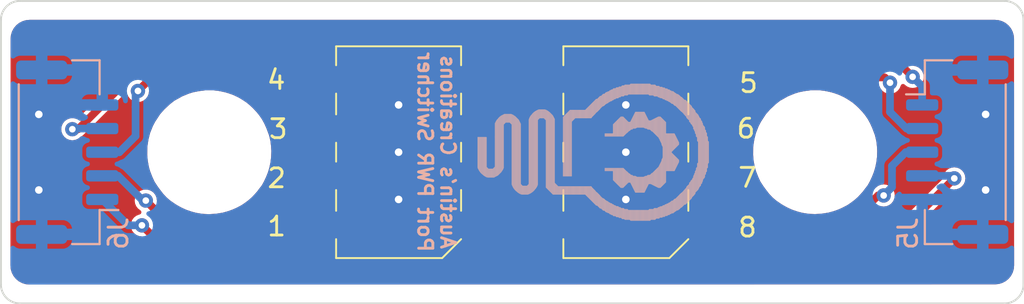
<source format=kicad_pcb>
(kicad_pcb (version 20211014) (generator pcbnew)
  (layers (0 "F.Cu" signal) (31 "B.Cu" signal) (34 "B.Paste" user) (35 "F.Paste" user) (36 "B.SilkS" user "B.Silkscreen") (37 "F.SilkS" user "F.Silkscreen") (38 "B.Mask" user) (39 "F.Mask" user) (44 "Edge.Cuts" user))
  (net 0 "")
  (net 1 "pw1")
  (net 2 "pw2")
  (net 3 "pw3")
  (net 4 "pw4")
  (net 5 "GNDREF")
  (net 6 "pw5")
  (net 7 "pw6")
  (net 8 "pw7")
  (net 9 "pw8")
  (footprint "Austins creations:4P_DIP" (layer "F.Cu") (at 53 26 180)
    (fp_text reference "SW2" hide)
    (fp_text value "SW_DIP_x04" hide)
    (pad "1" smd rect (at -3.95 -3.81 180) (size 3.3 1.2) (layers "F.Cu" "F.Paste" "F.Mask") (net 9 "pw8"))
    (pad "2" smd rect (at -3.95 -1.27 180) (size 3.3 1.2) (layers "F.Cu" "F.Paste" "F.Mask") (net 8 "pw7"))
    (pad "3" smd rect (at -3.95 1.27 180) (size 3.3 1.2) (layers "F.Cu" "F.Paste" "F.Mask") (net 7 "pw6"))
    (pad "4" smd rect (at -3.95 3.81 180) (size 3.3 1.2) (layers "F.Cu" "F.Paste" "F.Mask") (net 6 "pw5"))
    (pad "5" smd rect (at 3.95 3.81 180) (size 3.3 1.2) (layers "F.Cu" "F.Paste" "F.Mask") (net 5 "GNDREF"))
    (pad "6" smd rect (at 3.95 1.27 180) (size 3.3 1.2) (layers "F.Cu" "F.Paste" "F.Mask") (net 5 "GNDREF"))
    (pad "7" smd rect (at 3.95 -1.27 180) (size 3.3 1.2) (layers "F.Cu" "F.Paste" "F.Mask") (net 5 "GNDREF"))
    (pad "8" smd rect (at 3.95 -3.81 180) (size 3.3 1.2) (layers "F.Cu" "F.Paste" "F.Mask") (net 5 "GNDREF"))
  )
  (footprint "Austins creations:4P_DIP" (layer "F.Cu") (at 41 26 180)
    (fp_text reference "SW1" hide)
    (fp_text value "SW_DIP_x04" hide)
    (pad "1" smd rect (at -3.95 -3.81 180) (size 3.3 1.2) (layers "F.Cu" "F.Paste" "F.Mask") (net 5 "GNDREF"))
    (pad "2" smd rect (at -3.95 -1.27 180) (size 3.3 1.2) (layers "F.Cu" "F.Paste" "F.Mask") (net 5 "GNDREF"))
    (pad "3" smd rect (at -3.95 1.27 180) (size 3.3 1.2) (layers "F.Cu" "F.Paste" "F.Mask") (net 5 "GNDREF"))
    (pad "4" smd rect (at -3.95 3.81 180) (size 3.3 1.2) (layers "F.Cu" "F.Paste" "F.Mask") (net 5 "GNDREF"))
    (pad "5" smd rect (at 3.95 3.81 180) (size 3.3 1.2) (layers "F.Cu" "F.Paste" "F.Mask") (net 4 "pw4"))
    (pad "6" smd rect (at 3.95 1.27 180) (size 3.3 1.2) (layers "F.Cu" "F.Paste" "F.Mask") (net 3 "pw3"))
    (pad "7" smd rect (at 3.95 -1.27 180) (size 3.3 1.2) (layers "F.Cu" "F.Paste" "F.Mask") (net 2 "pw2"))
    (pad "8" smd rect (at 3.95 -3.81 180) (size 3.3 1.2) (layers "F.Cu" "F.Paste" "F.Mask") (net 1 "pw1"))
  )
  (footprint "MountingHole:MountingHole_3.2mm_M3" (layer "F.Cu") (at 31 26)
    (fp_text reference "H1" hide)
    (fp_text value "MountingHole" hide)
    (pad "" np_thru_hole circle locked (at 0 0) (size 3.2 3.2) (drill 3.2) (layers *.Cu *.Mask))
  )
  (footprint "MountingHole:MountingHole_3.2mm_M3" (layer "F.Cu") (at 63 26)
    (fp_text reference "H2" hide)
    (fp_text value "MountingHole" hide)
    (pad "" np_thru_hole circle locked (at 0 0) (size 3.2 3.2) (drill 3.2) (layers *.Cu *.Mask))
  )
  (footprint "Connector_JST:JST_GH_SM05B-GHS-TB_1x05-1MP_P1.25mm_Horizontal" (layer "B.Cu") (at 23.5 26 90)
    (fp_text reference "J6" (at -4.3 2.7 90) (layer "B.SilkS") (effects (justify mirror)))
    (fp_text value "Conn_01x05_MountingPin" hide)
    (pad "1" smd roundrect locked (at -2.5 1.85 90) (size 0.6 1.7) (layers "B.Cu" "B.Paste" "B.Mask") (net 1 "pw1"))
    (pad "2" smd roundrect locked (at -1.25 1.85 90) (size 0.6 1.7) (layers "B.Cu" "B.Paste" "B.Mask") (net 2 "pw2"))
    (pad "3" smd roundrect locked (at 0 1.85 90) (size 0.6 1.7) (layers "B.Cu" "B.Paste" "B.Mask") (net 3 "pw3"))
    (pad "4" smd roundrect locked (at 1.25 1.85 90) (size 0.6 1.7) (layers "B.Cu" "B.Paste" "B.Mask") (net 4 "pw4"))
    (pad "5" smd roundrect locked (at 2.5 1.85 90) (size 0.6 1.7) (layers "B.Cu" "B.Paste" "B.Mask") (net 5 "GNDREF"))
    (pad "MP" smd roundrect locked (at 4.35 -1.35 90) (size 1 2.7) (layers "B.Cu" "B.Paste" "B.Mask") (net 5 "GNDREF"))
    (pad "MP" smd roundrect locked (at -4.35 -1.35 90) (size 1 2.7) (layers "B.Cu" "B.Paste" "B.Mask") (net 5 "GNDREF"))
  )
  (footprint "logos:Creations logo med" (layer "B.Cu") (at 53.729992 25.959994 90)
    (fp_text reference "LOGO1" hide)
    (fp_text value "Creations_logo_med" hide)
  )
  (footprint "Connector_JST:JST_GH_SM05B-GHS-TB_1x05-1MP_P1.25mm_Horizontal" (layer "B.Cu") (at 70.5 26 -90)
    (fp_text reference "J5" (at 4.3 2.6 90) (layer "B.SilkS") (effects (justify mirror)))
    (fp_text value "Conn_01x05_MountingPin" hide)
    (pad "1" smd roundrect locked (at -2.5 1.85 270) (size 0.6 1.7) (layers "B.Cu" "B.Paste" "B.Mask") (net 6 "pw5"))
    (pad "2" smd roundrect locked (at -1.25 1.85 270) (size 0.6 1.7) (layers "B.Cu" "B.Paste" "B.Mask") (net 7 "pw6"))
    (pad "3" smd roundrect locked (at 0 1.85 270) (size 0.6 1.7) (layers "B.Cu" "B.Paste" "B.Mask") (net 8 "pw7"))
    (pad "4" smd roundrect locked (at 1.25 1.85 270) (size 0.6 1.7) (layers "B.Cu" "B.Paste" "B.Mask") (net 9 "pw8"))
    (pad "5" smd roundrect locked (at 2.5 1.85 270) (size 0.6 1.7) (layers "B.Cu" "B.Paste" "B.Mask") (net 5 "GNDREF"))
    (pad "MP" smd roundrect locked (at -4.35 -1.35 270) (size 1 2.7) (layers "B.Cu" "B.Paste" "B.Mask") (net 5 "GNDREF"))
    (pad "MP" smd roundrect locked (at 4.35 -1.35 270) (size 1 2.7) (layers "B.Cu" "B.Paste" "B.Mask") (net 5 "GNDREF"))
  )
  (gr_line (start 74 19) (end 74 33) (layer "Edge.Cuts") (width 0.1))
  (gr_arc (start 73 18) (mid 73.707106 18.292894) (end 74 19) (layer "Edge.Cuts") (width 0.1))
  (gr_arc (start 74 33) (mid 73.707106 33.707106) (end 73 34) (layer "Edge.Cuts") (width 0.1))
  (gr_arc (start 21 34) (mid 20.292894 33.707106) (end 20 33) (layer "Edge.Cuts") (width 0.1))
  (gr_line (start 21 34) (end 73 34) (layer "Edge.Cuts") (width 0.1))
  (gr_line (start 20 19) (end 20 33) (layer "Edge.Cuts") (width 0.1))
  (gr_arc (start 20 19) (mid 20.292894 18.292894) (end 21 18) (layer "Edge.Cuts") (width 0.1))
  (gr_line (start 21 18) (end 73 18) (layer "Edge.Cuts") (width 0.1))
  (gr_text "Austin's Creations\nPort PWR Switcher" (at 43 25.99 270) (layer "B.SilkS") (effects (font (size 0.75 0.75)) (justify mirror)))
  (gr_text "5" (at 59.48 22.34) (layer "F.SilkS") (effects (font (size 1 1))))
  (gr_text "4" (at 34.535 22.175) (layer "F.SilkS") (effects (font (size 1 1))))
  (gr_text "3" (at 34.645 24.775) (layer "F.SilkS") (effects (font (size 1 1))))
  (gr_text "8" (at 59.425 29.98) (layer "F.SilkS") (effects (font (size 1 1))))
  (gr_text "1" (at 34.56 29.925) (layer "F.SilkS") (effects (font (size 1 1))))
  (gr_text "6" (at 59.345 24.75) (layer "F.SilkS") (effects (font (size 1 1))))
  (gr_text "2" (at 34.56 27.375) (layer "F.SilkS") (effects (font (size 1 1))))
  (gr_text "7" (at 59.425 27.35) (layer "F.SilkS") (effects (font (size 1 1))))
  (segment (start 28.13092 30.55592) (end 35.01408 30.55592) (width 0.4064) (layer "F.Cu") (net 1))
  (segment (start 35.76 29.81) (end 37.05 29.81) (width 0.4064) (layer "F.Cu") (net 1))
  (segment (start 27.445 29.87) (end 28.13092 30.55592) (width 0.4064) (layer "F.Cu") (net 1))
  (segment (start 35.01408 30.55592) (end 35.76 29.81) (width 0.4064) (layer "F.Cu") (net 1))
  (via (at 27.445 29.87) (size 0.756412) (drill 0.350012) (layers "F.Cu" "B.Cu") (net 1))
  (segment (start 26.72 29.87) (end 25.35 28.5) (width 0.4064) (layer "B.Cu") (net 1))
  (segment (start 27.445 29.87) (end 26.72 29.87) (width 0.4064) (layer "B.Cu") (net 1))
  (segment (start 27.65 28.56) (end 29.04 29.95) (width 0.4064) (layer "F.Cu") (net 2))
  (segment (start 33.38 29.95) (end 36.06 27.27) (width 0.4064) (layer "F.Cu") (net 2))
  (segment (start 29.04 29.95) (end 33.38 29.95) (width 0.4064) (layer "F.Cu") (net 2))
  (segment (start 36.06 27.27) (end 37.05 27.27) (width 0.4064) (layer "F.Cu") (net 2))
  (via (at 27.65 28.56) (size 0.756412) (drill 0.350012) (layers "F.Cu" "B.Cu") (net 2))
  (segment (start 26.185 27.25) (end 25.35 27.25) (width 0.4064) (layer "B.Cu") (net 2))
  (segment (start 27.495 28.56) (end 26.185 27.25) (width 0.4064) (layer "B.Cu") (net 2))
  (segment (start 27.65 28.56) (end 27.495 28.56) (width 0.4064) (layer "B.Cu") (net 2))
  (segment (start 35.83 24.73) (end 37.05 24.73) (width 0.4064) (layer "F.Cu") (net 3))
  (segment (start 27.235 22.76) (end 27.975 22.02) (width 0.4064) (layer "F.Cu") (net 3))
  (segment (start 27.975 22.02) (end 33.12 22.02) (width 0.4064) (layer "F.Cu") (net 3))
  (segment (start 33.12 22.02) (end 35.83 24.73) (width 0.4064) (layer "F.Cu") (net 3))
  (via (at 27.235 22.76) (size 0.756412) (drill 0.350012) (layers "F.Cu" "B.Cu") (net 3))
  (segment (start 27.11 23.61) (end 27.11 22.885) (width 0.4064) (layer "B.Cu") (net 3))
  (segment (start 25.35 26) (end 26.255 26) (width 0.4064) (layer "B.Cu") (net 3))
  (segment (start 26.255 26) (end 26.91 25.345) (width 0.4064) (layer "B.Cu") (net 3))
  (segment (start 27.11 22.885) (end 27.235 22.76) (width 0.4064) (layer "B.Cu") (net 3))
  (segment (start 26.91 25.345) (end 27.11 25.145) (width 0.4064) (layer "B.Cu") (net 3))
  (segment (start 27.11 25.145) (end 27.11 23.61) (width 0.4064) (layer "B.Cu") (net 3))
  (segment (start 34.94908 21.41408) (end 35.725 22.19) (width 0.4064) (layer "F.Cu") (net 4))
  (segment (start 23.77 24.785) (end 24.074794 24.785) (width 0.4064) (layer "F.Cu") (net 4))
  (segment (start 27.445714 21.41408) (end 34.94908 21.41408) (width 0.4064) (layer "F.Cu") (net 4))
  (segment (start 24.074794 24.785) (end 27.445714 21.41408) (width 0.4064) (layer "F.Cu") (net 4))
  (segment (start 35.725 22.19) (end 37.05 22.19) (width 0.4064) (layer "F.Cu") (net 4))
  (via (at 23.77 24.785) (size 0.756412) (drill 0.350012) (layers "F.Cu" "B.Cu") (net 4))
  (segment (start 25.35 24.75) (end 23.805 24.75) (width 0.4064) (layer "B.Cu") (net 4))
  (segment (start 23.805 24.75) (end 23.77 24.785) (width 0.4064) (layer "B.Cu") (net 4))
  (via (at 41 23.5) (size 0.8) (drill 0.4) (layers "F.Cu" "B.Cu") (net 5))
  (via (at 41 28.5) (size 0.8) (drill 0.4) (layers "F.Cu" "B.Cu") (net 5))
  (via (at 72 24) (size 0.8) (drill 0.4) (layers "F.Cu" "B.Cu") (net 5))
  (via (at 53 23.5) (size 0.8) (drill 0.4) (layers "F.Cu" "B.Cu") (net 5))
  (via (at 22 28) (size 0.8) (drill 0.4) (layers "F.Cu" "B.Cu") (net 5))
  (via (at 72 28) (size 0.8) (drill 0.4) (layers "F.Cu" "B.Cu") (net 5))
  (via (at 22 24) (size 0.8) (drill 0.4) (layers "F.Cu" "B.Cu") (net 5))
  (via (at 53 26) (size 0.8) (drill 0.4) (layers "F.Cu" "B.Cu") (net 5))
  (via (at 41 26) (size 0.8) (drill 0.4) (layers "F.Cu" "B.Cu") (net 5))
  (via (at 53 28.5) (size 0.8) (drill 0.4) (layers "F.Cu" "B.Cu") (net 5))
  (segment (start 59.025 21.44) (end 58.275 22.19) (width 0.4064) (layer "F.Cu") (net 6))
  (segment (start 58.275 22.19) (end 56.95 22.19) (width 0.4064) (layer "F.Cu") (net 6))
  (segment (start 68.145 22.015) (end 67.57 21.44) (width 0.4064) (layer "F.Cu") (net 6))
  (segment (start 67.57 21.44) (end 59.025 21.44) (width 0.4064) (layer "F.Cu") (net 6))
  (via (at 68.145 22.015) (size 0.756412) (drill 0.350012) (layers "F.Cu" "B.Cu") (net 6))
  (segment (start 68.65 22.52) (end 68.65 23.5) (width 0.4064) (layer "B.Cu") (net 6))
  (segment (start 68.145 22.015) (end 68.65 22.52) (width 0.4064) (layer "B.Cu") (net 6))
  (segment (start 66.95 22.325) (end 66.67092 22.04592) (width 0.4064) (layer "F.Cu") (net 7))
  (segment (start 66.67092 22.04592) (end 60.85408 22.04592) (width 0.4064) (layer "F.Cu") (net 7))
  (segment (start 58.17 24.73) (end 56.95 24.73) (width 0.4064) (layer "F.Cu") (net 7))
  (segment (start 60.85408 22.04592) (end 58.17 24.73) (width 0.4064) (layer "F.Cu") (net 7))
  (via (at 66.95 22.325) (size 0.756412) (drill 0.350012) (layers "F.Cu" "B.Cu") (net 7))
  (segment (start 68.65 24.75) (end 67.825 24.75) (width 0.4064) (layer "B.Cu") (net 7))
  (segment (start 67.825 24.75) (end 67.005 23.93) (width 0.4064) (layer "B.Cu") (net 7))
  (segment (start 67.005 23.93) (end 66.95 23.875) (width 0.4064) (layer "B.Cu") (net 7))
  (segment (start 66.95 23.875) (end 66.95 22.325) (width 0.4064) (layer "B.Cu") (net 7))
  (segment (start 60.89908 29.93908) (end 58.23 27.27) (width 0.4064) (layer "F.Cu") (net 8))
  (segment (start 58.23 27.27) (end 56.95 27.27) (width 0.4064) (layer "F.Cu") (net 8))
  (segment (start 66.32 28.29) (end 64.67092 29.93908) (width 0.4064) (layer "F.Cu") (net 8))
  (segment (start 66.615 28.29) (end 66.32 28.29) (width 0.4064) (layer "F.Cu") (net 8))
  (segment (start 64.67092 29.93908) (end 60.89908 29.93908) (width 0.4064) (layer "F.Cu") (net 8))
  (via (at 66.615 28.29) (size 0.756412) (drill 0.350012) (layers "F.Cu" "B.Cu") (net 8))
  (segment (start 67.78 26) (end 67.585 26.195) (width 0.4064) (layer "B.Cu") (net 8))
  (segment (start 67.055 27.67) (end 67.055 27.85) (width 0.4064) (layer "B.Cu") (net 8))
  (segment (start 67.055 26.725) (end 67.055 26.97) (width 0.4064) (layer "B.Cu") (net 8))
  (segment (start 67.585 26.195) (end 67.055 26.725) (width 0.4064) (layer "B.Cu") (net 8))
  (segment (start 68.65 26) (end 67.78 26) (width 0.4064) (layer "B.Cu") (net 8))
  (segment (start 67.055 27.85) (end 66.615 28.29) (width 0.4064) (layer "B.Cu") (net 8))
  (segment (start 67.055 26.97) (end 67.055 27.67) (width 0.4064) (layer "B.Cu") (net 8))
  (segment (start 58.99 30.545) (end 58.255 29.81) (width 0.4064) (layer "F.Cu") (net 9))
  (segment (start 67.185 30.545) (end 58.99 30.545) (width 0.4064) (layer "F.Cu") (net 9))
  (segment (start 58.255 29.81) (end 56.95 29.81) (width 0.4064) (layer "F.Cu") (net 9))
  (segment (start 70.345 27.385) (end 67.185 30.545) (width 0.4064) (layer "F.Cu") (net 9))
  (via (at 70.345 27.385) (size 0.756412) (drill 0.350012) (layers "F.Cu" "B.Cu") (net 9))
  (segment (start 70.21 27.25) (end 70.345 27.385) (width 0.4064) (layer "B.Cu") (net 9))
  (segment (start 68.65 27.25) (end 70.21 27.25) (width 0.4064) (layer "B.Cu") (net 9))
  (zone (net 0) (net_name "") (layers F&B.Cu) (connect_pads (clearance 0)) (min_thickness 0.254)
    (keepout (tracks not_allowed) (vias not_allowed) (pads not_allowed) (copperpour not_allowed) (footprints allowed))
    (fill (thermal_gap 0.508) (thermal_bridge_width 0.508))
    (polygon (pts (xy 63.235109 22.725859) (xy 63.465109 22.750859) (xy 63.620109 22.780859) (xy 63.830109 22.825859) (xy 64.015109 22.880859) (xy 64.255109 22.965859) (xy 64.520109 23.090859) (xy 64.725109 23.210859) (xy 64.960109 23.365859) (xy 65.135109 23.510859) (xy 65.315109 23.680859) (xy 65.505109 23.885859) (xy 65.635109 24.045859) (xy 65.780109 24.255859) (xy 65.905109 24.485859) (xy 66.015109 24.730859) (xy 66.155109 25.105859) (xy 66.225109 25.400859) (xy 66.260109 25.680859) (xy 66.275109 25.930859) (xy 66.265109 26.250859) (xy 66.225109 26.555859) (xy 66.165109 26.830859) (xy 66.095109 27.060859) (xy 66.000109 27.300859) (xy 65.885109 27.545859) (xy 65.775109 27.745859) (xy 65.625109 27.940859) (xy 65.520109 28.080859) (xy 65.395109 28.220859) (xy 65.250109 28.375859) (xy 65.050109 28.550859) (xy 64.860109 28.690859) (xy 64.690109 28.805859) (xy 64.430109 28.940859) (xy 64.240109 29.025859) (xy 63.995109 29.115859) (xy 63.705109 29.195859) (xy 63.430109 29.240859) (xy 63.225109 29.260859) (xy 62.990109 29.275859) (xy 62.745109 29.265859) (xy 62.525109 29.240859) (xy 62.315109 29.205859) (xy 62.085109 29.145859) (xy 61.775109 29.040859) (xy 61.505109 28.915859) (xy 61.225109 28.755859) (xy 60.935109 28.555859) (xy 60.750109 28.395859) (xy 60.570109 28.205859) (xy 60.415109 28.005859) (xy 60.275109 27.815859) (xy 60.105109 27.555859) (xy 59.990109 27.305859) (xy 59.870109 26.995859) (xy 59.810109 26.785859) (xy 59.750109 26.465859) (xy 59.720109 26.140859) (xy 59.725109 25.725859) (xy 59.755109 25.510859) (xy 59.790109 25.300859) (xy 59.870109 24.985859) (xy 60.015109 24.620859) (xy 60.135109 24.390859) (xy 60.400109 23.985859) (xy 60.620109 23.735859) (xy 60.920109 23.455859) (xy 61.150109 23.275859) (xy 61.570109 23.040859) (xy 61.925109 22.895859) (xy 62.150109 22.825859) (xy 62.460109 22.765859) (xy 62.775109 22.725859) (xy 62.990109 22.720859) (xy 62.995109 22.720859)))
  )
  (zone (net 5) (net_name "GNDREF") (layers F&B.Cu) (connect_pads (clearance 0.2032)) (min_thickness 0.254) (fill yes (thermal_gap 0.254) (thermal_bridge_width 0.6096) (smoothing fillet) (radius 1))
    (polygon (pts (xy 73.5 19) (xy 73.505094 32.990094) (xy 20.500094 33.000094) (xy 20.510094 19)))
  )
  (zone (net 0) (net_name "") (layers F&B.Cu) (connect_pads (clearance 0)) (min_thickness 0.254)
    (keepout (tracks not_allowed) (vias not_allowed) (pads not_allowed) (copperpour not_allowed) (footprints allowed))
    (fill (thermal_gap 0.508) (thermal_bridge_width 0.508))
    (polygon (pts (xy 31.24 22.73) (xy 31.47 22.755) (xy 31.625 22.785) (xy 31.835 22.83) (xy 32.02 22.885) (xy 32.26 22.97) (xy 32.525 23.095) (xy 32.73 23.215) (xy 32.965 23.37) (xy 33.14 23.515) (xy 33.32 23.685) (xy 33.51 23.89) (xy 33.64 24.05) (xy 33.785 24.26) (xy 33.91 24.49) (xy 34.02 24.735) (xy 34.16 25.11) (xy 34.23 25.405) (xy 34.265 25.685) (xy 34.28 25.935) (xy 34.27 26.255) (xy 34.23 26.56) (xy 34.17 26.835) (xy 34.1 27.065) (xy 34.005 27.305) (xy 33.89 27.55) (xy 33.78 27.75) (xy 33.63 27.945) (xy 33.525 28.085) (xy 33.4 28.225) (xy 33.255 28.38) (xy 33.055 28.555) (xy 32.865 28.695) (xy 32.695 28.81) (xy 32.435 28.945) (xy 32.245 29.03) (xy 32 29.12) (xy 31.71 29.2) (xy 31.435 29.245) (xy 31.23 29.265) (xy 30.995 29.28) (xy 30.75 29.27) (xy 30.53 29.245) (xy 30.32 29.21) (xy 30.09 29.15) (xy 29.78 29.045) (xy 29.51 28.92) (xy 29.23 28.76) (xy 28.94 28.56) (xy 28.755 28.4) (xy 28.575 28.21) (xy 28.42 28.01) (xy 28.28 27.82) (xy 28.11 27.56) (xy 27.995 27.31) (xy 27.875 27) (xy 27.815 26.79) (xy 27.755 26.47) (xy 27.725 26.145) (xy 27.73 25.73) (xy 27.76 25.515) (xy 27.795 25.305) (xy 27.875 24.99) (xy 28.02 24.625) (xy 28.14 24.395) (xy 28.405 23.99) (xy 28.625 23.74) (xy 28.925 23.46) (xy 29.155 23.28) (xy 29.575 23.045) (xy 29.93 22.9) (xy 30.155 22.83) (xy 30.465 22.77) (xy 30.78 22.73) (xy 30.995 22.725) (xy 31 22.725)))
  )
)
</source>
